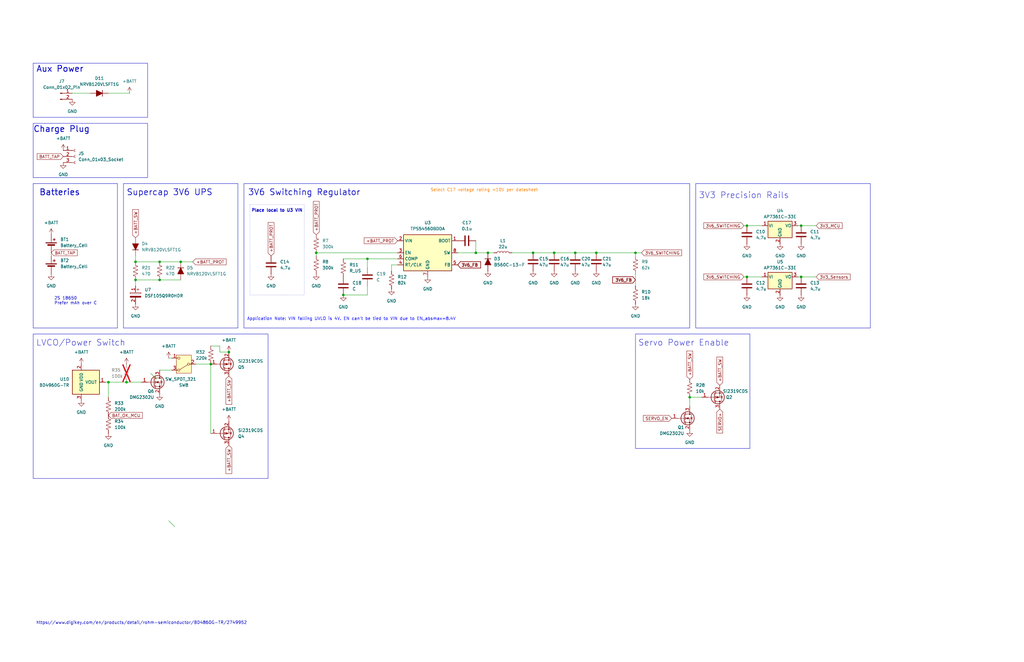
<source format=kicad_sch>
(kicad_sch (version 20231120) (generator "eeschema") (generator_version "8.0")
  (paper "B")
  (title_block (title "Airbrakes PCB - Veðrfölnir ") (date "2025-02-18") (rev "v2025.01A") (company "Clarkson University Rocketry"))
  (lib_symbols
    (symbol "0_airbrake_symbols:DSF105Q9R0HDR"
      (property "Reference" "U" (at 3.556 0 0))
      (property "Value" "DSF105Q9R0HDR" (at 0 5.08 0))
      (symbol "DSF105Q9R0HDR_0_1"
        (rectangle (start -2.286 -0.508) (end 2.286 -1.016) (fill (type outline)))
        (rectangle (start -2.286 0.508) (end 2.286 1.016))
        (polyline (pts (xy 0.508 2.286) (xy 1.524 2.286)))
        (polyline (pts (xy 1.016 2.794) (xy 1.016 1.778)))
      )
      (symbol "DSF105Q9R0HDR_1_1"
        (pin passive line (at 0 3.81 270) (length 2.794) (name "~") (number "1"))
        (pin passive line (at 0 -3.81 90) (length 2.794) (name "~") (number "2"))
      )
    )
    (symbol "Connector:Conn_01x02_Pin" (pin_names (offset 1.016) hide)
      (property "Reference" "J" (at 0 2.54 0))
      (property "Value" "Conn_01x02_Pin" (at 0 -5.08 0))
      (symbol "Conn_01x02_Pin_1_1"
        (polyline (pts (xy 1.27 -2.54) (xy 0.8636 -2.54)) (stroke (width 0.1524)))
        (polyline (pts (xy 1.27 0) (xy 0.8636 0)) (stroke (width 0.1524)))
        (rectangle (start 0.8636 -2.413) (end 0 -2.667) (stroke (width 0.1524)) (fill (type outline)))
        (rectangle (start 0.8636 0.127) (end 0 -0.127) (stroke (width 0.1524)) (fill (type outline)))
        (pin passive line (at 5.08 0 180) (length 3.81) (name "Pin_1") (number "1"))
        (pin passive line (at 5.08 -2.54 180) (length 3.81) (name "Pin_2") (number "2"))
      )
    )
    (symbol "Connector:Conn_01x03_Socket" (pin_names (offset 1.016) hide)
      (property "Reference" "J" (at 0 5.08 0))
      (property "Value" "Conn_01x03_Socket" (at 0 -5.08 0))
      (symbol "Conn_01x03_Socket_1_1"
        (arc (start 0 -2.032) (mid -0.5058 -2.54) (end 0 -3.048) (stroke (width 0.1524)))
        (polyline (pts (xy -1.27 -2.54) (xy -0.508 -2.54)) (stroke (width 0.1524)))
        (polyline (pts (xy -1.27 0) (xy -0.508 0)) (stroke (width 0.1524)))
        (polyline (pts (xy -1.27 2.54) (xy -0.508 2.54)) (stroke (width 0.1524)))
        (arc (start 0 0.508) (mid -0.5058 0) (end 0 -0.508) (stroke (width 0.1524)))
        (arc (start 0 3.048) (mid -0.5058 2.54) (end 0 2.032) (stroke (width 0.1524)))
        (pin passive line (at -5.08 2.54 0) (length 3.81) (name "Pin_1") (number "1"))
        (pin passive line (at -5.08 0 0) (length 3.81) (name "Pin_2") (number "2"))
        (pin passive line (at -5.08 -2.54 0) (length 3.81) (name "Pin_3") (number "3"))
      )
    )
    (symbol "Device:Battery_Cell" (pin_numbers hide) (pin_names (offset 0) hide)
      (property "Reference" "BT" (at 2.54 2.54 0))
      (property "Value" "Battery_Cell" (at 2.54 0 0))
      (symbol "Battery_Cell_0_1"
        (rectangle (start -2.286 1.778) (end 2.286 1.524) (fill (type outline)))
        (rectangle (start -1.524 1.016) (end 1.524 0.508) (fill (type outline)))
        (polyline (pts (xy 0 0.762) (xy 0 0)))
        (polyline (pts (xy 0 1.778) (xy 0 2.54)))
        (polyline (pts (xy 0.762 3.048) (xy 1.778 3.048)) (stroke (width 0.254)))
        (polyline (pts (xy 1.27 3.556) (xy 1.27 2.54)) (stroke (width 0.254)))
      )
      (symbol "Battery_Cell_1_1"
        (pin passive line (at 0 5.08 270) (length 2.54) (name "+") (number "1"))
        (pin passive line (at 0 -2.54 90) (length 2.54) (name "-") (number "2"))
      )
    )
    (symbol "Device:C" (pin_numbers hide) (pin_names (offset 0.254))
      (property "Reference" "C" (at 0.635 2.54 0))
      (property "Value" "C" (at 0.635 -2.54 0))
      (symbol "C_0_1"
        (polyline (pts (xy -2.032 -0.762) (xy 2.032 -0.762)) (stroke (width 0.508)))
        (polyline (pts (xy -2.032 0.762) (xy 2.032 0.762)) (stroke (width 0.508)))
      )
      (symbol "C_1_1"
        (pin passive line (at 0 3.81 270) (length 2.794) (name "~") (number "1"))
        (pin passive line (at 0 -3.81 90) (length 2.794) (name "~") (number "2"))
      )
    )
    (symbol "Device:D_Filled" (pin_numbers hide) (pin_names (offset 1.016) hide)
      (property "Reference" "D" (at 0 2.54 0))
      (property "Value" "D_Filled" (at 0 -2.54 0))
      (symbol "D_Filled_0_1"
        (polyline (pts (xy -1.27 1.27) (xy -1.27 -1.27)) (stroke (width 0.254)))
        (polyline (pts (xy 1.27 0) (xy -1.27 0)))
        (polyline (pts (xy 1.27 1.27) (xy 1.27 -1.27) (xy -1.27 0) (xy 1.27 1.27)) (stroke (width 0.254)) (fill (type outline)))
      )
      (symbol "D_Filled_1_1"
        (pin passive line (at -3.81 0 0) (length 2.54) (name "K") (number "1"))
        (pin passive line (at 3.81 0 180) (length 2.54) (name "A") (number "2"))
      )
    )
    (symbol "Device:L" (pin_numbers hide) (pin_names (offset 1.016) hide)
      (property "Reference" "L" (at -1.27 0 90))
      (property "Value" "L" (at 1.905 0 90))
      (symbol "L_0_1"
        (arc (start 0 -2.54) (mid 0.6323 -1.905) (end 0 -1.27))
        (arc (start 0 -1.27) (mid 0.6323 -0.635) (end 0 0))
        (arc (start 0 0) (mid 0.6323 0.635) (end 0 1.27))
        (arc (start 0 1.27) (mid 0.6323 1.905) (end 0 2.54))
      )
      (symbol "L_1_1"
        (pin passive line (at 0 3.81 270) (length 1.27) (name "1") (number "1"))
        (pin passive line (at 0 -3.81 90) (length 1.27) (name "2") (number "2"))
      )
    )
    (symbol "Device:R_US" (pin_numbers hide) (pin_names (offset 0))
      (property "Reference" "R" (at 2.54 0 90))
      (property "Value" "R_US" (at -2.54 0 90))
      (symbol "R_US_0_1"
        (polyline (pts (xy 0 -2.286) (xy 0 -2.54)))
        (polyline (pts (xy 0 2.286) (xy 0 2.54)))
        (polyline (pts (xy 0 -0.762) (xy 1.016 -1.143) (xy 0 -1.524) (xy -1.016 -1.905) (xy 0 -2.286)))
        (polyline (pts (xy 0 0.762) (xy 1.016 0.381) (xy 0 0) (xy -1.016 -0.381) (xy 0 -0.762)))
        (polyline (pts (xy 0 2.286) (xy 1.016 1.905) (xy 0 1.524) (xy -1.016 1.143) (xy 0 0.762)))
      )
      (symbol "R_US_1_1"
        (pin passive line (at 0 3.81 270) (length 1.27) (name "~") (number "1"))
        (pin passive line (at 0 -3.81 90) (length 1.27) (name "~") (number "2"))
      )
    )
    (symbol "Power_Management:BD48ExxG" (pin_names (offset 1.016))
      (property "Reference" "U" (at -3.81 6.35 0))
      (property "Value" "BD48ExxG" (at -5.08 0 90))
      (symbol "BD48ExxG_1_1"
        (rectangle (start -3.81 5.08) (end 7.62 -5.08) (stroke (width 0.254)) (fill (type background)))
        (pin output line (at 10.16 0 180) (length 2.54) (name "VOUT") (number "1"))
        (pin power_in line (at 0 7.62 270) (length 2.54) (name "VDD") (number "2"))
        (pin power_in line (at 0 -7.62 90) (length 2.54) (name "GND") (number "3"))
      )
    )
    (symbol "Regulator_Linear:AP7361C-33E" (pin_names (offset 0.254))
      (property "Reference" "U" (at -3.81 3.175 0))
      (property "Value" "AP7361C-33E" (at 0 3.175 0))
      (symbol "AP7361C-33E_0_1"
        (rectangle (start -5.08 -5.08) (end 5.08 1.905) (stroke (width 0.254)) (fill (type background)))
      )
      (symbol "AP7361C-33E_1_1"
        (pin power_in line (at -7.62 0 0) (length 2.54) (name "VI") (number "1"))
        (pin power_in line (at 0 -7.62 90) (length 2.54) (name "GND") (number "2"))
        (pin power_out line (at 7.62 0 180) (length 2.54) (name "VO") (number "3"))
      )
    )
    (symbol "Regulator_Switching:TPS54560BDDA"
      (property "Reference" "U" (at -6.35 8.89 0))
      (property "Value" "TPS54560BDDA" (at 10.16 8.89 0))
      (symbol "TPS54560BDDA_0_1"
        (rectangle (start -10.16 7.62) (end 10.16 -7.62) (stroke (width 0.254)) (fill (type background)))
      )
      (symbol "TPS54560BDDA_1_1"
        (pin passive line (at 12.7 5.08 180) (length 2.54) (name "BOOT") (number "1"))
        (pin power_in line (at -12.7 5.08 0) (length 2.54) (name "VIN") (number "2"))
        (pin input line (at -12.7 0 0) (length 2.54) (name "EN") (number "3"))
        (pin passive line (at -12.7 -5.08 0) (length 2.54) (name "RT/CLK") (number "4"))
        (pin input line (at 12.7 -5.08 180) (length 2.54) (name "FB") (number "5"))
        (pin output line (at -12.7 -2.54 0) (length 2.54) (name "COMP") (number "6"))
        (pin power_in line (at 0 -10.16 90) (length 2.54) (name "GND") (number "7"))
        (pin power_out line (at 12.7 0 180) (length 2.54) (name "SW") (number "8"))
        (pin passive line (at 0 -10.16 90) (length 2.54) hide (name "GND") (number "9"))
      )
    )
    (symbol "Switch:SW_SPDT_321" (pin_names (offset 1) hide)
      (property "Reference" "SW" (at 0 5.08 0))
      (property "Value" "SW_SPDT_321" (at 0 -5.08 0))
      (symbol "SW_SPDT_321_0_1"
        (circle (center -2.032 0) (radius 0.4572))
        (polyline (pts (xy -1.651 0.254) (xy 1.651 2.286)))
        (circle (center 2.032 -2.54) (radius 0.4572))
        (circle (center 2.032 2.54) (radius 0.4572))
      )
      (symbol "SW_SPDT_321_1_1"
        (rectangle (start -3.175 3.81) (end 3.175 -3.81) (fill (type background)))
        (pin passive line (at 5.08 -2.54 180) (length 2.54) (name "C") (number "1"))
        (pin passive line (at -5.08 0 0) (length 2.54) (name "B") (number "2"))
        (pin passive line (at 5.08 2.54 180) (length 2.54) (name "A") (number "3"))
      )
    )
    (symbol "Transistor_FET:DMG2302U" (pin_names hide)
      (property "Reference" "Q" (at 5.08 1.905 0))
      (property "Value" "DMG2302U" (at 5.08 0 0))
      (symbol "DMG2302U_0_1"
        (polyline (pts (xy 0.254 0) (xy -2.54 0)))
        (polyline (pts (xy 0.254 1.905) (xy 0.254 -1.905)) (stroke (width 0.254)))
        (polyline (pts (xy 0.762 -1.27) (xy 0.762 -2.286)) (stroke (width 0.254)))
        (polyline (pts (xy 0.762 0.508) (xy 0.762 -0.508)) (stroke (width 0.254)))
        (polyline (pts (xy 0.762 2.286) (xy 0.762 1.27)) (stroke (width 0.254)))
        (polyline (pts (xy 2.54 2.54) (xy 2.54 1.778)))
        (polyline (pts (xy 2.54 -2.54) (xy 2.54 0) (xy 0.762 0)))
        (polyline (pts (xy 0.762 -1.778) (xy 3.302 -1.778) (xy 3.302 1.778) (xy 0.762 1.778)))
        (polyline (pts (xy 1.016 0) (xy 2.032 0.381) (xy 2.032 -0.381) (xy 1.016 0)) (fill (type outline)))
        (polyline (pts (xy 2.794 0.508) (xy 2.921 0.381) (xy 3.683 0.381) (xy 3.81 0.254)))
        (polyline (pts (xy 3.302 0.381) (xy 2.921 -0.254) (xy 3.683 -0.254) (xy 3.302 0.381)))
        (circle (center 1.651 0) (radius 2.794) (stroke (width 0.254)))
        (circle (center 2.54 -1.778) (radius 0.254) (fill (type outline)))
        (circle (center 2.54 1.778) (radius 0.254) (fill (type outline)))
      )
      (symbol "DMG2302U_1_1"
        (pin input line (at -5.08 0 0) (length 2.54) (name "G") (number "1"))
        (pin passive line (at 2.54 -5.08 90) (length 2.54) (name "S") (number "2"))
        (pin passive line (at 2.54 5.08 270) (length 2.54) (name "D") (number "3"))
      )
    )
    (symbol "Transistor_FET:Si2319CDS" (pin_names hide)
      (property "Reference" "Q" (at 5.08 1.905 0))
      (property "Value" "Si2319CDS" (at 5.08 0 0))
      (symbol "Si2319CDS_0_1"
        (polyline (pts (xy 0.254 0) (xy -2.54 0)))
        (polyline (pts (xy 0.254 1.905) (xy 0.254 -1.905)) (stroke (width 0.254)))
        (polyline (pts (xy 0.762 -1.27) (xy 0.762 -2.286)) (stroke (width 0.254)))
        (polyline (pts (xy 0.762 0.508) (xy 0.762 -0.508)) (stroke (width 0.254)))
        (polyline (pts (xy 0.762 2.286) (xy 0.762 1.27)) (stroke (width 0.254)))
        (polyline (pts (xy 2.54 2.54) (xy 2.54 1.778)))
        (polyline (pts (xy 2.54 -2.54) (xy 2.54 0) (xy 0.762 0)))
        (polyline (pts (xy 0.762 1.778) (xy 3.302 1.778) (xy 3.302 -1.778) (xy 0.762 -1.778)))
        (polyline (pts (xy 2.286 0) (xy 1.27 0.381) (xy 1.27 -0.381) (xy 2.286 0)) (fill (type outline)))
        (polyline (pts (xy 2.794 -0.508) (xy 2.921 -0.381) (xy 3.683 -0.381) (xy 3.81 -0.254)))
        (polyline (pts (xy 3.302 -0.381) (xy 2.921 0.254) (xy 3.683 0.254) (xy 3.302 -0.381)))
        (circle (center 1.651 0) (radius 2.794) (stroke (width 0.254)))
        (circle (center 2.54 -1.778) (radius 0.254) (fill (type outline)))
        (circle (center 2.54 1.778) (radius 0.254) (fill (type outline)))
      )
      (symbol "Si2319CDS_1_1"
        (pin input line (at -5.08 0 0) (length 2.54) (name "G") (number "1"))
        (pin passive line (at 2.54 -5.08 90) (length 2.54) (name "S") (number "2"))
        (pin passive line (at 2.54 5.08 270) (length 2.54) (name "D") (number "3"))
      )
    )
    (symbol "power:+BATT" (power) (pin_numbers hide) (pin_names (offset 0) hide)
      (property "Value" "+BATT" (at 0 3.556 0))
      (symbol "+BATT_0_1"
        (polyline (pts (xy -0.762 1.27) (xy 0 2.54)))
        (polyline (pts (xy 0 0) (xy 0 2.54)))
        (polyline (pts (xy 0 2.54) (xy 0.762 1.27)))
      )
      (symbol "+BATT_1_1"
        (pin power_in line (at 0 0 90) (length 0) (name "~") (number "1"))
      )
    )
    (symbol "power:GND" (power) (pin_numbers hide) (pin_names (offset 0) hide)
      (property "Value" "GND" (at 0 -3.81 0))
      (symbol "GND_0_1"
        (polyline (pts (xy 0 0) (xy 0 -1.27) (xy 1.27 -1.27) (xy 0 -2.54) (xy -1.27 -1.27) (xy 0 -1.27)))
      )
      (symbol "GND_1_1"
        (pin power_in line (at 0 0 270) (length 0) (name "~") (number "1"))
      )
    )
  )
  (junction (at 200.66 106.68))
  (junction (at 57.15 110.49))
  (junction (at 290.83 167.64))
  (junction (at 67.31 118.11))
  (junction (at 88.9 153.67))
  (junction (at 337.82 95.25))
  (junction (at 314.96 95.25))
  (junction (at 53.34 161.29))
  (junction (at 76.2 110.49))
  (junction (at 67.31 110.49))
  (junction (at 133.35 106.68))
  (junction (at 144.78 124.46))
  (junction (at 242.57 106.68))
  (junction (at 57.15 118.11))
  (junction (at 45.72 161.29))
  (junction (at 267.97 106.68))
  (junction (at 224.79 106.68))
  (junction (at 251.46 106.68))
  (junction (at 154.94 109.22))
  (junction (at 233.68 106.68))
  (junction (at 337.82 116.84))
  (junction (at 96.52 148.59))
  (junction (at 205.74 106.68))
  (junction (at 314.96 116.84))
  (bus_entry (at 71.12 219.71) (size 2.54 2.54))
  (bus_entry (at 63.5 157.48) (size 2.54 2.54))
  (wire (pts (xy 165.1 111.76) (xy 165.1 114.3)))
  (wire (pts (xy 344.17 116.84) (xy 337.82 116.84)))
  (wire (pts (xy 45.72 161.29) (xy 53.34 161.29)))
  (wire (pts (xy 67.31 156.21) (xy 72.39 156.21)))
  (wire (pts (xy 57.15 110.49) (xy 67.31 110.49)))
  (wire (pts (xy 88.9 153.67) (xy 88.9 182.88)))
  (wire (pts (xy 133.35 107.95) (xy 133.35 106.68)))
  (wire (pts (xy 88.9 146.05) (xy 92.71 146.05)))
  (wire (pts (xy 82.55 153.67) (xy 88.9 153.67)))
  (wire (pts (xy 53.34 161.29) (xy 59.69 161.29)))
  (wire (pts (xy 92.71 146.05) (xy 92.71 148.59)))
  (wire (pts (xy 67.31 118.11) (xy 76.2 118.11)))
  (wire (pts (xy 233.68 106.68) (xy 242.57 106.68)))
  (wire (pts (xy 251.46 106.68) (xy 267.97 106.68)))
  (wire (pts (xy 45.72 161.29) (xy 44.45 161.29)))
  (wire (pts (xy 133.35 106.68) (xy 167.64 106.68)))
  (wire (pts (xy 92.71 148.59) (xy 96.52 148.59)))
  (wire (pts (xy 144.78 109.22) (xy 154.94 109.22)))
  (wire (pts (xy 314.96 116.84) (xy 321.31 116.84)))
  (wire (pts (xy 290.83 171.45) (xy 290.83 167.64)))
  (wire (pts (xy 242.57 106.68) (xy 251.46 106.68)))
  (wire (pts (xy 57.15 118.11) (xy 67.31 118.11)))
  (wire (pts (xy 154.94 109.22) (xy 167.64 109.22)))
  (wire (pts (xy 267.97 106.68) (xy 267.97 107.95)))
  (wire (pts (xy 290.83 167.64) (xy 295.91 167.64)))
  (wire (pts (xy 200.66 106.68) (xy 205.74 106.68)))
  (wire (pts (xy 337.82 116.84) (xy 336.55 116.84)))
  (wire (pts (xy 154.94 109.22) (xy 154.94 113.03)))
  (wire (pts (xy 57.15 118.11) (xy 57.15 120.65)))
  (wire (pts (xy 45.72 39.37) (xy 54.61 39.37)))
  (wire (pts (xy 337.82 95.25) (xy 336.55 95.25)))
  (wire (pts (xy 270.51 106.68) (xy 267.97 106.68)))
  (wire (pts (xy 200.66 101.6) (xy 200.66 106.68)))
  (wire (pts (xy 76.2 110.49) (xy 81.28 110.49)))
  (wire (pts (xy 313.69 95.25) (xy 314.96 95.25)))
  (wire (pts (xy 38.1 39.37) (xy 30.48 39.37)))
  (wire (pts (xy 67.31 110.49) (xy 76.2 110.49)))
  (wire (pts (xy 154.94 124.46) (xy 144.78 124.46)))
  (wire (pts (xy 193.04 106.68) (xy 200.66 106.68)))
  (wire (pts (xy 224.79 106.68) (xy 233.68 106.68)))
  (wire (pts (xy 208.28 106.68) (xy 205.74 106.68)))
  (wire (pts (xy 57.15 107.95) (xy 57.15 110.49)))
  (wire (pts (xy 154.94 120.65) (xy 154.94 124.46)))
  (wire (pts (xy 165.1 111.76) (xy 167.64 111.76)))
  (wire (pts (xy 45.72 161.29) (xy 45.72 167.64)))
  (wire (pts (xy 313.69 116.84) (xy 314.96 116.84)))
  (wire (pts (xy 215.9 106.68) (xy 224.79 106.68)))
  (wire (pts (xy 344.17 95.25) (xy 337.82 95.25)))
  (wire (pts (xy 71.12 151.13) (xy 72.39 151.13)))
  (wire (pts (xy 314.96 95.25) (xy 321.31 95.25)))
  (wire (pts (xy 267.97 115.57) (xy 267.97 120.65)))
  (wire (pts (xy 21.59 107.95) (xy 21.59 106.68)))
  (rectangle (start 102.87 77.47) (end 290.83 138.43))
  (rectangle (start 52.07 77.47) (end 100.33 138.43))
  (rectangle (start 13.97 52.07) (end 62.23 74.93))
  (rectangle (start 267.97 140.97) (end 316.23 189.23))
  (rectangle (start 105.41 86.36) (end 128.27 124.46) (stroke (width 0) (type dot)))
  (rectangle (start 13.97 140.97) (end 113.03 201.93))
  (rectangle (start 13.97 77.47) (end 49.53 138.43))
  (rectangle (start 13.97 26.67) (end 62.23 49.53))
  (rectangle (start 293.37 77.47) (end 367.03 138.43))
  (text "Aux Power" (at 15.24 29.21 0) (effects (font (size 2.54 2.54) (thickness 0.3175)) (justify left)))
  (text "3V3 Precision Rails" (at 313.69 82.55 0) (effects (font (size 2.54 2.54))))
  (text "3V6 Switching Regulator" (at 128.27 81.28 0) (effects (font (size 2.54 2.54) (thickness 0.254) (bold yes))))
  (text "Place local to U3 VIN" (at 116.84 88.9 0) (effects (font (size 1.27 1.27) (thickness 0.254) (bold yes))))
  (text "https://www.digikey.com/en/products/detail/rohm-semiconductor/BD4860G-TR/2749952\n" (at 59.69 262.89 0) (effects (font (size 1.27 1.27))))
  (text "Supercap 3V6 UPS" (at 53.34 81.28 0) (effects (font (size 2.54 2.54) (thickness 0.254) (bold yes)) (justify left)))
  (text "Servo Power Enable" (at 288.29 144.78 0) (effects (font (size 2.54 2.54))))
  (text "Select C17 voltage rating >10V per datasheet" (at 204.216 80.264 0) (effects (font (size 1.27 1.27))))
  (text "2S 18650\nPrefer mAh over C\n" (at 22.86 127 0) (effects (font (size 1.27 1.27)) (justify left)))
  (text "LVCO/Power Switch" (at 15.24 144.78 0) (effects (font (size 2.54 2.54)) (justify left)))
  (text "Batteries" (at 16.51 81.28 0) (effects (font (size 2.54 2.54) (thickness 0.3175)) (justify left)))
  (text "Application Note: VIN falling UVLO is 4V. EN can't be tied to VIN due to EN_absmax=8.4V" (at 104.14 134.62 0) (effects (font (size 1.27 1.27)) (justify left)))
  (text "Charge Plug" (at 13.97 54.61 0) (effects (font (size 2.54 2.54) (thickness 0.3175)) (justify left)))
  (global_label "+BATT_SW" (shape input) (at 57.15 100.33 90) (property "Intersheetrefs" "${INTERSHEET_REFS}" (effects (hide yes))))
  (global_label "3V6_SWITCHING" (shape input) (at 270.51 106.68 0) (property "Intersheetrefs" "${INTERSHEET_REFS}" (effects (hide yes))))
  (global_label "+BATT_SW" (shape input) (at 96.52 187.96 270) (property "Intersheetrefs" "${INTERSHEET_REFS}" (effects (hide yes))))
  (global_label "3V6_FB" (shape input) (at 193.04 111.76 0) (effects (font (thickness 0.254) (bold yes))) (property "Intersheetrefs" "${INTERSHEET_REFS}" (effects (hide yes))))
  (global_label "BAT_OK_MCU" (shape input) (at 45.72 175.26 0) (property "Intersheetrefs" "${INTERSHEET_REFS}" (effects (hide yes))))
  (global_label "+BATT_SW" (shape input) (at 96.52 158.75 270) (property "Intersheetrefs" "${INTERSHEET_REFS}" (effects (hide yes))))
  (global_label "+BATT_PROT" (shape input) (at 81.28 110.49 0) (property "Intersheetrefs" "${INTERSHEET_REFS}" (effects (hide yes))))
  (global_label "SERVO+" (shape input) (at 303.53 172.72 270) (property "Intersheetrefs" "${INTERSHEET_REFS}" (effects (hide yes))))
  (global_label "+BATT_SW" (shape input) (at 303.53 162.56 90) (property "Intersheetrefs" "${INTERSHEET_REFS}" (effects (hide yes))))
  (global_label "+BATT_SW" (shape input) (at 290.83 160.02 90) (property "Intersheetrefs" "${INTERSHEET_REFS}" (effects (hide yes))))
  (global_label "3V3_MCU" (shape input) (at 344.17 95.25 0) (property "Intersheetrefs" "${INTERSHEET_REFS}" (effects (hide yes))))
  (global_label "3V6_SWITCHING" (shape input) (at 313.69 95.25 180) (property "Intersheetrefs" "${INTERSHEET_REFS}" (effects (hide yes))))
  (global_label "+BATT_PROT" (shape input) (at 133.35 99.06 90) (property "Intersheetrefs" "${INTERSHEET_REFS}" (effects (hide yes))))
  (global_label "SERVO_EN" (shape input) (at 283.21 176.53 180) (property "Intersheetrefs" "${INTERSHEET_REFS}" (effects (hide yes))))
  (global_label "BATT_TAP" (shape input) (at 26.67 66.04 180) (property "Intersheetrefs" "${INTERSHEET_REFS}" (effects (hide yes))))
  (global_label "3V6_FB" (shape input) (at 267.97 118.11 180) (effects (font (thickness 0.254) (bold yes))) (property "Intersheetrefs" "${INTERSHEET_REFS}" (effects (hide yes))))
  (global_label "3V3_Sensors" (shape input) (at 344.17 116.84 0) (property "Intersheetrefs" "${INTERSHEET_REFS}" (effects (hide yes))))
  (global_label "BATT_TAP" (shape input) (at 21.59 106.68 0) (property "Intersheetrefs" "${INTERSHEET_REFS}" (effects (hide yes))))
  (global_label "+BATT_PROT" (shape input) (at 167.64 101.6 180) (property "Intersheetrefs" "${INTERSHEET_REFS}" (effects (hide yes))))
  (global_label "+BATT_PROT" (shape input) (at 114.3 107.95 90) (property "Intersheetrefs" "${INTERSHEET_REFS}" (effects (hide yes))))
  (global_label "3V6_SWITCHING" (shape input) (at 313.69 116.84 180) (property "Intersheetrefs" "${INTERSHEET_REFS}" (effects (hide yes))))
  (symbol (lib_id "power:GND") (at 26.67 68.58 0) (unit 1)
    (property "Reference" "#PWR063" (effects (hide yes)))
    (property "Value" "GND" (at 26.67 73.66 0))
    (property "Description" "Power symbol creates a global label with name \"GND\" , ground" (effects (hide yes)))
  )
  (symbol (lib_id "power:GND") (at 242.57 114.3 0) (unit 1)
    (property "Reference" "#PWR041" (effects (hide yes)))
    (property "Value" "GND" (at 242.57 119.38 0))
    (property "Description" "Power symbol creates a global label with name \"GND\" , ground" (effects (hide yes)))
  )
  (symbol (lib_id "Device:C") (at 233.68 110.49 0) (unit 1)
    (property "Reference" "C16" (at 236.22 109.22 0) (effects (justify left)))
    (property "Value" "47u" (at 236.22 111.76 0) (effects (justify left)))
    (property "Footprint" "Capacitor_SMD:C_0805_2012Metric" (effects (hide yes)))
    (property "Datasheet" "https://calchip.com/wp-content/uploads/2023/09/GMC-Series-2.pdf" (effects (hide yes)))
    (property "Description" "GMC21X5R476M10NT" (effects (hide yes)))
  )
  (symbol (lib_id "power:GND") (at 45.72 182.88 0) (unit 1)
    (property "Reference" "#PWR071" (effects (hide yes)))
    (property "Value" "GND" (at 45.72 187.96 0))
    (property "Description" "Power symbol creates a global label with name \"GND\" , ground" (effects (hide yes)))
  )
  (symbol (lib_id "power:GND") (at 133.35 115.57 0) (unit 1)
    (property "Reference" "#PWR032" (effects (hide yes)))
    (property "Value" "GND" (at 133.35 120.65 0))
    (property "Description" "Power symbol creates a global label with name \"GND\" , ground" (effects (hide yes)))
  )
  (symbol (lib_id "Device:R_US") (at 45.72 171.45 0) (unit 1)
    (property "Reference" "R33" (at 48.26 170.1799 0) (effects (justify left)))
    (property "Value" "200k" (at 48.26 172.7199 0) (effects (justify left)))
    (property "Footprint" "Resistor_SMD:R_0805_2012Metric" (effects (hide yes)))
    (property "Description" "Resistor, US symbol" (effects (hide yes)))
  )
  (symbol (lib_id "power:GND") (at 144.78 124.46 0) (unit 1)
    (property "Reference" "#PWR039" (effects (hide yes)))
    (property "Value" "GND" (at 144.78 129.54 0))
    (property "Description" "Power symbol creates a global label with name \"GND\" , ground" (effects (hide yes)))
  )
  (symbol (lib_id "Device:D_Filled") (at 205.74 110.49 270) (unit 1)
    (property "Reference" "D3" (at 208.28 109.2199 90) (effects (justify left)))
    (property "Value" "B560C-13-F" (at 208.28 111.7599 90) (effects (justify left)))
    (property "Footprint" "Diode_SMD:D_SMC" (effects (hide yes)))
    (property "Description" "Diode, filled shape" (effects (hide yes)))
    (property "Sim.Device" "D" (effects (hide yes)))
    (property "Sim.Pins" "1=K 2=A" (effects (hide yes)))
  )
  (symbol (lib_id "power:GND") (at 30.48 41.91 0) (unit 1)
    (property "Reference" "#PWR081" (effects (hide yes)))
    (property "Value" "GND" (at 30.48 46.99 0))
    (property "Description" "Power symbol creates a global label with name \"GND\" , ground" (effects (hide yes)))
  )
  (symbol (lib_id "Device:R_US") (at 88.9 149.86 0) (unit 1)
    (property "Reference" "R32" (at 82.55 148.59 0) (effects (justify left)))
    (property "Value" "220k" (at 82.55 151.13 0) (effects (justify left)))
    (property "Footprint" "Resistor_SMD:R_0805_2012Metric" (effects (hide yes)))
    (property "Description" "Resistor, US symbol" (effects (hide yes)))
  )
  (symbol (lib_id "Device:R_US") (at 267.97 111.76 0) (unit 1)
    (property "Reference" "R9" (at 270.51 110.4899 0) (effects (justify left)))
    (property "Value" "62k" (at 270.51 113.0299 0) (effects (justify left)))
    (property "Footprint" "Resistor_SMD:R_0805_2012Metric" (effects (hide yes)))
    (property "Description" "Resistor, US symbol" (effects (hide yes)))
  )
  (symbol (lib_id "Device:C") (at 251.46 110.49 0) (unit 1)
    (property "Reference" "C21" (at 254 109.22 0) (effects (justify left)))
    (property "Value" "47u" (at 254 111.76 0) (effects (justify left)))
    (property "Footprint" "Capacitor_SMD:C_0805_2012Metric" (effects (hide yes)))
    (property "Datasheet" "https://calchip.com/wp-content/uploads/2023/09/GMC-Series-2.pdf" (effects (hide yes)))
    (property "Description" "GMC21X5R476M10NT" (effects (hide yes)))
  )
  (symbol (lib_id "power:+BATT") (at 53.34 153.67 0) (unit 1)
    (property "Reference" "#PWR082" (effects (hide yes)))
    (property "Value" "+BATT" (at 53.34 148.59 0))
    (property "Description" "Power symbol creates a global label with name \"+BATT\"" (effects (hide yes)))
  )
  (symbol (lib_id "power:GND") (at 205.74 114.3 0) (unit 1)
    (property "Reference" "#PWR036" (effects (hide yes)))
    (property "Value" "GND" (at 205.74 119.38 0))
    (property "Description" "Power symbol creates a global label with name \"GND\" , ground" (effects (hide yes)))
  )
  (symbol (lib_id "power:GND") (at 314.96 124.46 0) (unit 1)
    (property "Reference" "#PWR028" (effects (hide yes)))
    (property "Value" "GND" (at 314.96 129.54 0))
    (property "Description" "Power symbol creates a global label with name \"GND\" , ground" (effects (hide yes)))
  )
  (symbol (lib_id "power:+BATT") (at 26.67 63.5 0) (unit 1)
    (property "Reference" "#PWR062" (effects (hide yes)))
    (property "Value" "+BATT" (at 26.67 58.42 0))
    (property "Description" "Power symbol creates a global label with name \"+BATT\"" (effects (hide yes)))
  )
  (symbol (lib_id "Switch:SW_SPDT_321") (at 77.47 153.67 180) (unit 1)
    (property "Reference" "SW8" (at 77.47 162.56 0))
    (property "Value" "SW_SPDT_321" (at 76.2 160.02 0))
    (property "Footprint" "0_airbrake_footprints:CL-SB-12A-01T" (effects (hide yes)))
    (property "Description" "Switch, single pole double throw" (effects (hide yes)))
  )
  (symbol (lib_id "power:GND") (at 328.93 102.87 0) (unit 1)
    (property "Reference" "#PWR023" (effects (hide yes)))
    (property "Value" "GND" (at 328.93 107.95 0))
    (property "Description" "Power symbol creates a global label with name \"GND\" , ground" (effects (hide yes)))
  )
  (symbol (lib_id "0_airbrake_symbols:DSF105Q9R0HDR") (at 57.15 124.46 0) (unit 1)
    (property "Reference" "U7" (at 60.96 122.3009 0) (effects (justify left)))
    (property "Value" "DSF105Q9R0HDR" (at 60.96 124.8409 0) (effects (justify left)))
    (property "Footprint" "0_airbrake_footprints:DSF105Q9R0HDR" (effects (hide yes)))
    (property "Datasheet" "https://www.cde.com/resources/catalogs/DSF.pdf" (effects (hide yes)))
  )
  (symbol (lib_id "power:GND") (at 337.82 124.46 0) (unit 1)
    (property "Reference" "#PWR029" (effects (hide yes)))
    (property "Value" "GND" (at 337.82 129.54 0))
    (property "Description" "Power symbol creates a global label with name \"GND\" , ground" (effects (hide yes)))
  )
  (symbol (lib_id "Device:D_Filled") (at 76.2 114.3 270) (unit 1)
    (property "Reference" "D5" (at 78.74 113.0299 90) (effects (justify left)))
    (property "Value" "NRVB120VLSFT1G" (at 78.74 115.5699 90) (effects (justify left)))
    (property "Footprint" "Diode_SMD:D_SOD-123F" (effects (hide yes)))
    (property "Description" "Diode, filled shape" (effects (hide yes)))
    (property "Sim.Device" "D" (effects (hide yes)))
    (property "Sim.Pins" "1=K 2=A" (effects (hide yes)))
  )
  (symbol (lib_id "power:GND") (at 21.59 115.57 0) (unit 1)
    (property "Reference" "#PWR015" (effects (hide yes)))
    (property "Value" "GND" (at 21.59 120.65 0))
    (property "Description" "Power symbol creates a global label with name \"GND\" , ground" (effects (hide yes)))
  )
  (symbol (lib_id "Device:C") (at 337.82 99.06 0) (unit 1)
    (property "Reference" "C11" (at 341.63 97.7899 0) (effects (justify left)))
    (property "Value" "4.7u" (at 341.63 100.3299 0) (effects (justify left)))
    (property "Footprint" "Capacitor_SMD:C_0805_2012Metric" (effects (hide yes)))
    (property "Description" "Unpolarized capacitor" (effects (hide yes)))
  )
  (symbol (lib_id "Device:Battery_Cell") (at 21.59 113.03 0) (unit 1)
    (property "Reference" "BT2" (at 25.4 109.9184 0) (effects (justify left)))
    (property "Value" "Battery_Cell" (at 25.4 112.4584 0) (effects (justify left)))
    (property "Footprint" "Battery:BatteryHolder_Keystone_1042_1x18650" (effects (hide yes)))
    (property "Description" "Single-cell battery" (effects (hide yes)))
  )
  (symbol (lib_id "power:+BATT") (at 54.61 39.37 0) (unit 1)
    (property "Reference" "#PWR080" (effects (hide yes)))
    (property "Value" "+BATT" (at 54.61 34.29 0))
    (property "Description" "Power symbol creates a global label with name \"+BATT\"" (effects (hide yes)))
  )
  (symbol (lib_id "power:GND") (at 251.46 114.3 0) (unit 1)
    (property "Reference" "#PWR042" (effects (hide yes)))
    (property "Value" "GND" (at 251.46 119.38 0))
    (property "Description" "Power symbol creates a global label with name \"GND\" , ground" (effects (hide yes)))
  )
  (symbol (lib_id "power:GND") (at 314.96 102.87 0) (unit 1)
    (property "Reference" "#PWR026" (effects (hide yes)))
    (property "Value" "GND" (at 314.96 107.95 0))
    (property "Description" "Power symbol creates a global label with name \"GND\" , ground" (effects (hide yes)))
  )
  (symbol (lib_id "Device:R_US") (at 165.1 118.11 0) (unit 1)
    (property "Reference" "R12" (at 167.64 116.8399 0) (effects (justify left)))
    (property "Value" "82k" (at 167.64 119.3799 0) (effects (justify left)))
    (property "Footprint" "Resistor_SMD:R_0805_2012Metric" (effects (hide yes)))
    (property "Description" "Resistor, US symbol" (effects (hide yes)))
  )
  (symbol (lib_id "Connector:Conn_01x03_Socket") (at 31.75 66.04 0) (unit 1)
    (property "Reference" "J5" (at 33.02 64.7699 0) (effects (justify left)))
    (property "Value" "Conn_01x03_Socket" (at 33.02 67.3099 0) (effects (justify left)))
    (property "Footprint" "Connector_JST:JST_XH_B3B-XH-A_1x03_P2.50mm_Vertical" (effects (hide yes)))
    (property "Description" "Generic connector, single row, 01x03, script generated" (effects (hide yes)))
  )
  (symbol (lib_id "Device:R_US") (at 133.35 102.87 0) (unit 1)
    (property "Reference" "R7" (at 135.89 101.5999 0) (effects (justify left)))
    (property "Value" "300k" (at 135.89 104.1399 0) (effects (justify left)))
    (property "Footprint" "Resistor_SMD:R_0805_2012Metric" (effects (hide yes)))
    (property "Description" "Resistor, US symbol" (effects (hide yes)))
  )
  (symbol (lib_id "Device:Battery_Cell") (at 21.59 104.14 0) (unit 1)
    (property "Reference" "BT1" (at 25.4 101.0284 0) (effects (justify left)))
    (property "Value" "Battery_Cell" (at 25.4 103.5684 0) (effects (justify left)))
    (property "Footprint" "Battery:BatteryHolder_Keystone_1042_1x18650" (effects (hide yes)))
    (property "Description" "Single-cell battery" (effects (hide yes)))
  )
  (symbol (lib_id "Device:D_Filled") (at 41.91 39.37 180) (unit 1)
    (property "Reference" "D11" (at 41.91 33.02 0))
    (property "Value" "NRVB120VLSFT1G" (at 41.91 35.56 0))
    (property "Footprint" "Diode_SMD:D_SOD-123F" (effects (hide yes)))
    (property "Description" "Diode, filled shape" (effects (hide yes)))
    (property "Sim.Device" "D" (effects (hide yes)))
    (property "Sim.Pins" "1=K 2=A" (effects (hide yes)))
  )
  (symbol (lib_id "power:+BATT") (at 71.12 151.13 0) (unit 1)
    (property "Reference" "#PWR03" (effects (hide yes)))
    (property "Value" "+BATT" (at 71.12 146.05 0))
    (property "Description" "Power symbol creates a global label with name \"+BATT\"" (effects (hide yes)))
  )
  (symbol (lib_id "Device:C") (at 337.82 120.65 0) (unit 1)
    (property "Reference" "C13" (at 341.63 119.3799 0) (effects (justify left)))
    (property "Value" "4.7u" (at 341.63 121.9199 0) (effects (justify left)))
    (property "Footprint" "Capacitor_SMD:C_0805_2012Metric" (effects (hide yes)))
    (property "Description" "Unpolarized capacitor" (effects (hide yes)))
  )
  (symbol (lib_id "Transistor_FET:Si2319CDS") (at 93.98 153.67 0) (mirror x) (unit 1)
    (property "Reference" "Q5" (at 100.33 154.9401 0) (effects (justify left)))
    (property "Value" "Si2319CDS" (at 100.33 152.4001 0) (effects (justify left)))
    (property "Footprint" "Package_TO_SOT_SMD:SOT-23" (effects (hide yes)))
    (property "Datasheet" "http://www.vishay.com/docs/66709/si2319cd.pdf" (effects (hide yes)))
    (property "Description" "-4.4A Id, -40V Vds, P-Channel MOSFET, SOT-23" (effects (hide yes)))
  )
  (symbol (lib_id "power:+BATT") (at 96.52 177.8 0) (unit 1)
    (property "Reference" "#PWR059" (effects (hide yes)))
    (property "Value" "+BATT" (at 96.52 172.72 0))
    (property "Description" "Power symbol creates a global label with name \"+BATT\"" (effects (hide yes)))
  )
  (symbol (lib_id "Transistor_FET:DMG2302U") (at 64.77 161.29 0) (unit 1)
    (property "Reference" "Q6" (at 62.23 165.1 0) (effects (justify left)))
    (property "Value" "DMG2302U" (at 54.61 167.64 0) (effects (justify left)))
    (property "Footprint" "Package_TO_SOT_SMD:SOT-23" (effects (hide yes)))
    (property "Datasheet" "http://www.diodes.com/assets/Datasheets/DMG2302U.pdf" (effects (hide yes)))
    (property "Description" "4.2A Id, 20V Vds, N-Channel MOSFET, SOT-23" (effects (hide yes)))
  )
  (symbol (lib_id "Device:R_US") (at 267.97 124.46 0) (unit 1)
    (property "Reference" "R10" (at 270.51 123.1899 0) (effects (justify left)))
    (property "Value" "18k" (at 270.51 125.7299 0) (effects (justify left)))
    (property "Footprint" "Resistor_SMD:R_0805_2012Metric" (effects (hide yes)))
    (property "Description" "Resistor, US symbol" (effects (hide yes)))
  )
  (symbol (lib_id "Connector:Conn_01x02_Pin") (at 25.4 39.37 0) (unit 1)
    (property "Reference" "J7" (at 26.035 34.29 0))
    (property "Value" "Conn_01x02_Pin" (at 26.035 36.83 0))
    (property "Footprint" "Connector_PinHeader_2.54mm:PinHeader_1x02_P2.54mm_Vertical" (effects (hide yes)))
    (property "Description" "Generic connector, single row, 01x02, script generated" (effects (hide yes)))
  )
  (symbol (lib_id "Device:R_US") (at 144.78 113.03 0) (unit 1)
    (property "Reference" "R11" (at 147.32 111.7599 0) (effects (justify left)))
    (property "Value" "R_US" (at 147.32 114.2999 0) (effects (justify left)))
    (property "Footprint" "Resistor_SMD:R_0805_2012Metric" (effects (hide yes)))
    (property "Description" "Resistor, US symbol" (effects (hide yes)))
  )
  (symbol (lib_id "power:GND") (at 337.82 102.87 0) (unit 1)
    (property "Reference" "#PWR027" (effects (hide yes)))
    (property "Value" "GND" (at 337.82 107.95 0))
    (property "Description" "Power symbol creates a global label with name \"GND\" , ground" (effects (hide yes)))
  )
  (symbol (lib_id "Device:R_US") (at 45.72 179.07 0) (unit 1)
    (property "Reference" "R34" (at 48.26 177.7999 0) (effects (justify left)))
    (property "Value" "100k" (at 48.26 180.3399 0) (effects (justify left)))
    (property "Footprint" "Resistor_SMD:R_0805_2012Metric" (effects (hide yes)))
    (property "Description" "Resistor, US symbol" (effects (hide yes)))
  )
  (symbol (lib_id "Device:C") (at 144.78 120.65 0) (unit 1)
    (property "Reference" "C18" (at 148.59 119.3799 0) (effects (justify left)))
    (property "Value" "C" (at 148.59 121.9199 0) (effects (justify left)))
    (property "Footprint" "Capacitor_SMD:C_0805_2012Metric" (effects (hide yes)))
    (property "Description" "Unpolarized capacitor" (effects (hide yes)))
  )
  (symbol (lib_id "power:GND") (at 34.29 168.91 0) (unit 1)
    (property "Reference" "#PWR046" (effects (hide yes)))
    (property "Value" "GND" (at 34.29 173.99 0))
    (property "Description" "Power symbol creates a global label with name \"GND\" , ground" (effects (hide yes)))
  )
  (symbol (lib_id "power:GND") (at 114.3 115.57 0) (unit 1)
    (property "Reference" "#PWR031" (effects (hide yes)))
    (property "Value" "GND" (at 114.3 120.65 0))
    (property "Description" "Power symbol creates a global label with name \"GND\" , ground" (effects (hide yes)))
  )
  (symbol (lib_id "Transistor_FET:Si2319CDS") (at 93.98 182.88 0) (mirror x) (unit 1)
    (property "Reference" "Q4" (at 100.33 184.1501 0) (effects (justify left)))
    (property "Value" "Si2319CDS" (at 100.33 181.6101 0) (effects (justify left)))
    (property "Footprint" "Package_TO_SOT_SMD:SOT-23" (effects (hide yes)))
    (property "Datasheet" "http://www.vishay.com/docs/66709/si2319cd.pdf" (effects (hide yes)))
    (property "Description" "-4.4A Id, -40V Vds, P-Channel MOSFET, SOT-23" (effects (hide yes)))
  )
  (symbol (lib_id "Device:C") (at 224.79 110.49 0) (unit 1)
    (property "Reference" "C15" (at 227.33 109.22 0) (effects (justify left)))
    (property "Value" "47u" (at 227.33 111.76 0) (effects (justify left)))
    (property "Footprint" "Capacitor_SMD:C_0805_2012Metric" (effects (hide yes)))
    (property "Datasheet" "https://calchip.com/wp-content/uploads/2023/09/GMC-Series-2.pdf" (effects (hide yes)))
    (property "Description" "GMC21X5R476M10NT" (effects (hide yes)))
  )
  (symbol (lib_id "power:GND") (at 224.79 114.3 0) (unit 1)
    (property "Reference" "#PWR037" (effects (hide yes)))
    (property "Value" "GND" (at 224.79 119.38 0))
    (property "Description" "Power symbol creates a global label with name \"GND\" , ground" (effects (hide yes)))
  )
  (symbol (lib_id "Device:D_Filled") (at 57.15 104.14 90) (unit 1)
    (property "Reference" "D4" (at 59.69 102.8699 90) (effects (justify right)))
    (property "Value" "NRVB120VLSFT1G" (at 59.69 105.4099 90) (effects (justify right)))
    (property "Footprint" "Diode_SMD:D_SOD-123F" (effects (hide yes)))
    (property "Description" "Diode, filled shape" (effects (hide yes)))
    (property "Sim.Device" "D" (effects (hide yes)))
    (property "Sim.Pins" "1=K 2=A" (effects (hide yes)))
  )
  (symbol (lib_id "Device:R_US") (at 53.34 157.48 0) (unit 1) (dnp yes)
    (property "Reference" "R35" (at 46.99 156.21 0) (effects (justify left)))
    (property "Value" "100k" (at 46.99 158.75 0) (effects (justify left)))
    (property "Footprint" "Resistor_SMD:R_0805_2012Metric" (effects (hide yes)))
    (property "Description" "Resistor, US symbol" (effects (hide yes)))
  )
  (symbol (lib_id "power:GND") (at 267.97 128.27 0) (unit 1)
    (property "Reference" "#PWR035" (effects (hide yes)))
    (property "Value" "GND" (at 267.97 133.35 0))
    (property "Description" "Power symbol creates a global label with name \"GND\" , ground" (effects (hide yes)))
  )
  (symbol (lib_id "Device:C") (at 242.57 110.49 0) (unit 1)
    (property "Reference" "C20" (at 245.11 109.22 0) (effects (justify left)))
    (property "Value" "47u" (at 245.11 111.76 0) (effects (justify left)))
    (property "Footprint" "Capacitor_SMD:C_0805_2012Metric" (effects (hide yes)))
    (property "Datasheet" "https://calchip.com/wp-content/uploads/2023/09/GMC-Series-2.pdf" (effects (hide yes)))
    (property "Description" "GMC21X5R476M10NT" (effects (hide yes)))
  )
  (symbol (lib_id "Device:R_US") (at 290.83 163.83 180) (unit 1)
    (property "Reference" "R28" (at 293.37 162.5599 0) (effects (justify right)))
    (property "Value" "10k" (at 293.37 165.0999 0) (effects (justify right)))
    (property "Footprint" "Resistor_SMD:R_0805_2012Metric" (effects (hide yes)))
    (property "Description" "Resistor, US symbol" (effects (hide yes)))
  )
  (symbol (lib_id "Device:L") (at 212.09 106.68 90) (unit 1)
    (property "Reference" "L1" (at 212.09 101.6 90))
    (property "Value" "22u" (at 212.09 104.14 90))
    (property "Footprint" "Inductor_SMD:L_Wuerth_WE-XHMI-8080" (effects (hide yes)))
    (property "Datasheet" "https://www.we-online.com/components/products/datasheet/78404084220.pdf" (effects (hide yes)))
    (property "Description" "Inductor" (effects (hide yes)))
  )
  (symbol (lib_id "power:GND") (at 180.34 116.84 0) (unit 1)
    (property "Reference" "#PWR025" (effects (hide yes)))
    (property "Value" "GND" (at 180.34 121.92 0))
    (property "Description" "Power symbol creates a global label with name \"GND\" , ground" (effects (hide yes)))
  )
  (symbol (lib_id "Regulator_Linear:AP7361C-33E") (at 328.93 116.84 0) (unit 1)
    (property "Reference" "U5" (at 328.93 110.49 0))
    (property "Value" "AP7361C-33E" (at 328.93 113.03 0))
    (property "Footprint" "Package_TO_SOT_SMD:SOT-223-3_TabPin2" (effects (hide yes)))
    (property "Datasheet" "https://www.diodes.com/assets/Datasheets/AP7361C.pdf" (effects (hide yes)))
    (property "Description" "1A Low Dropout regulator, positive, 3.3V fixed output, SOT-223" (effects (hide yes)))
  )
  (symbol (lib_id "power:GND") (at 67.31 166.37 0) (unit 1)
    (property "Reference" "#PWR070" (effects (hide yes)))
    (property "Value" "GND" (at 67.31 171.45 0))
    (property "Description" "Power symbol creates a global label with name \"GND\" , ground" (effects (hide yes)))
  )
  (symbol (lib_id "power:GND") (at 165.1 121.92 0) (unit 1)
    (property "Reference" "#PWR040" (effects (hide yes)))
    (property "Value" "GND" (at 165.1 127 0))
    (property "Description" "Power symbol creates a global label with name \"GND\" , ground" (effects (hide yes)))
  )
  (symbol (lib_id "Regulator_Switching:TPS54560BDDA") (at 180.34 106.68 0) (unit 1)
    (property "Reference" "U3" (at 180.34 93.98 0))
    (property "Value" "TPS54560BDDA" (at 180.34 96.52 0))
    (property "Footprint" "Package_SO:Texas_R-PDSO-G8_EP2.95x4.9mm_Mask2.4x3.1mm_ThermalVias" (effects (hide yes)))
    (property "Datasheet" "https://www.ti.com/lit/ds/symlink/tps54560b.pdf" (effects (hide yes)))
    (property "Description" "5A, Step Down DC-DC Converter, 4.5-60V Input Voltage, Texas R-PDSO-G8" (effects (hide yes)))
  )
  (symbol (lib_id "Device:C") (at 196.85 101.6 90) (unit 1)
    (property "Reference" "C17" (at 196.85 93.98 90))
    (property "Value" "0.1u" (at 196.85 96.52 90))
    (property "Footprint" "Capacitor_SMD:C_0805_2012Metric" (effects (hide yes)))
    (property "Description" "Unpolarized capacitor" (effects (hide yes)))
  )
  (symbol (lib_id "power:+BATT") (at 21.59 99.06 0) (unit 1)
    (property "Reference" "#PWR02" (effects (hide yes)))
    (property "Value" "+BATT" (at 21.59 93.98 0))
    (property "Description" "Power symbol creates a global label with name \"+BATT\"" (effects (hide yes)))
  )
  (symbol (lib_id "Device:C") (at 314.96 120.65 0) (unit 1)
    (property "Reference" "C12" (at 318.77 119.3799 0) (effects (justify left)))
    (property "Value" "4.7u" (at 318.77 121.9199 0) (effects (justify left)))
    (property "Footprint" "Capacitor_SMD:C_0805_2012Metric" (effects (hide yes)))
    (property "Description" "Unpolarized capacitor" (effects (hide yes)))
  )
  (symbol (lib_id "power:GND") (at 290.83 181.61 0) (unit 1)
    (property "Reference" "#PWR064" (effects (hide yes)))
    (property "Value" "GND" (at 290.83 186.69 0))
    (property "Description" "Power symbol creates a global label with name \"GND\" , ground" (effects (hide yes)))
  )
  (symbol (lib_id "power:GND") (at 233.68 114.3 0) (unit 1)
    (property "Reference" "#PWR038" (effects (hide yes)))
    (property "Value" "GND" (at 233.68 119.38 0))
    (property "Description" "Power symbol creates a global label with name \"GND\" , ground" (effects (hide yes)))
  )
  (symbol (lib_id "Transistor_FET:DMG2302U") (at 288.29 176.53 0) (unit 1)
    (property "Reference" "Q1" (at 285.75 180.34 0) (effects (justify left)))
    (property "Value" "DMG2302U" (at 278.13 182.88 0) (effects (justify left)))
    (property "Footprint" "Package_TO_SOT_SMD:SOT-23" (effects (hide yes)))
    (property "Datasheet" "http://www.diodes.com/assets/Datasheets/DMG2302U.pdf" (effects (hide yes)))
    (property "Description" "4.2A Id, 20V Vds, N-Channel MOSFET, SOT-23" (effects (hide yes)))
  )
  (symbol (lib_id "Device:C") (at 154.94 116.84 0) (unit 1)
    (property "Reference" "C19" (at 158.75 115.5699 0) (effects (justify left)))
    (property "Value" "C" (at 158.75 118.1099 0) (effects (justify left)))
    (property "Footprint" "Capacitor_SMD:C_0805_2012Metric" (effects (hide yes)))
    (property "Description" "Unpolarized capacitor" (effects (hide yes)))
  )
  (symbol (lib_id "Device:C") (at 314.96 99.06 0) (unit 1)
    (property "Reference" "C10" (at 318.77 97.7899 0) (effects (justify left)))
    (property "Value" "4.7u" (at 318.77 100.3299 0) (effects (justify left)))
    (property "Footprint" "Capacitor_SMD:C_0805_2012Metric" (effects (hide yes)))
    (property "Description" "Unpolarized capacitor" (effects (hide yes)))
  )
  (symbol (lib_id "Power_Management:BD48ExxG") (at 34.29 161.29 0) (unit 1)
    (property "Reference" "U10" (at 29.21 160.02 0) (effects (justify right)))
    (property "Value" "BD4960G-TR" (at 29.21 162.56 0) (effects (justify right)))
    (property "Footprint" "Package_TO_SOT_SMD:SOT-23-5" (effects (hide yes)))
    (property "Datasheet" "https://www.digikey.com/en/products/detail/rohm-semiconductor/BD4860G-TR/2749952" (effects (hide yes)))
    (property "Description" "Standard CMOS Voltage Detector IC, Open Drain Output, SSOP5" (effects (hide yes)))
  )
  (symbol (lib_id "power:GND") (at 57.15 128.27 0) (unit 1)
    (property "Reference" "#PWR060" (effects (hide yes)))
    (property "Value" "GND" (at 57.15 133.35 0))
    (property "Description" "Power symbol creates a global label with name \"GND\" , ground" (effects (hide yes)))
  )
  (symbol (lib_id "Device:C") (at 114.3 111.76 0) (unit 1)
    (property "Reference" "C14" (at 118.11 110.4899 0) (effects (justify left)))
    (property "Value" "4.7u" (at 118.11 113.0299 0) (effects (justify left)))
    (property "Footprint" "Capacitor_SMD:C_0805_2012Metric" (effects (hide yes)))
    (property "Description" "Unpolarized capacitor" (effects (hide yes)))
  )
  (symbol (lib_id "power:GND") (at 328.93 124.46 0) (unit 1)
    (property "Reference" "#PWR024" (effects (hide yes)))
    (property "Value" "GND" (at 328.93 129.54 0))
    (property "Description" "Power symbol creates a global label with name \"GND\" , ground" (effects (hide yes)))
  )
  (symbol (lib_id "Device:R_US") (at 133.35 111.76 0) (unit 1)
    (property "Reference" "R8" (at 135.89 110.4899 0) (effects (justify left)))
    (property "Value" "300k" (at 135.89 113.0299 0) (effects (justify left)))
    (property "Footprint" "Resistor_SMD:R_0805_2012Metric" (effects (hide yes)))
    (property "Description" "Resistor, US symbol" (effects (hide yes)))
  )
  (symbol (lib_id "power:+BATT") (at 96.52 148.59 0) (unit 1)
    (property "Reference" "#PWR069" (effects (hide yes)))
    (property "Value" "+BATT" (at 96.52 143.51 0))
    (property "Description" "Power symbol creates a global label with name \"+BATT\"" (effects (hide yes)))
  )
  (symbol (lib_id "Device:R_US") (at 67.31 114.3 0) (unit 1)
    (property "Reference" "R22" (at 69.85 113.0299 0) (effects (justify left)))
    (property "Value" "470" (at 69.85 115.5699 0) (effects (justify left)))
    (property "Footprint" "Resistor_SMD:R_0805_2012Metric" (effects (hide yes)))
    (property "Description" "Resistor, US symbol" (effects (hide yes)))
  )
  (symbol (lib_id "Transistor_FET:Si2319CDS") (at 300.99 167.64 0) (mirror x) (unit 1)
    (property "Reference" "Q2" (at 306.07 167.64 0) (effects (justify left)))
    (property "Value" "Si2319CDS" (at 304.8 165.1 0) (effects (justify left)))
    (property "Footprint" "Package_TO_SOT_SMD:SOT-23" (effects (hide yes)))
    (property "Datasheet" "http://www.vishay.com/docs/66709/si2319cd.pdf" (effects (hide yes)))
    (property "Description" "-4.4A Id, -40V Vds, P-Channel MOSFET, SOT-23" (effects (hide yes)))
  )
  (symbol (lib_id "power:+BATT") (at 34.29 153.67 0) (unit 1)
    (property "Reference" "#PWR047" (effects (hide yes)))
    (property "Value" "+BATT" (at 34.29 148.59 0))
    (property "Description" "Power symbol creates a global label with name \"+BATT\"" (effects (hide yes)))
  )
  (symbol (lib_id "Regulator_Linear:AP7361C-33E") (at 328.93 95.25 0) (unit 1)
    (property "Reference" "U4" (at 328.93 88.9 0))
    (property "Value" "AP7361C-33E" (at 328.93 91.44 0))
    (property "Footprint" "Package_TO_SOT_SMD:SOT-223-3_TabPin2" (effects (hide yes)))
    (property "Datasheet" "https://www.diodes.com/assets/Datasheets/AP7361C.pdf" (effects (hide yes)))
    (property "Description" "1A Low Dropout regulator, positive, 3.3V fixed output, SOT-223" (effects (hide yes)))
  )
  (symbol (lib_id "Device:R_US") (at 57.15 114.3 0) (unit 1)
    (property "Reference" "R21" (at 59.69 113.0299 0) (effects (justify left)))
    (property "Value" "470" (at 59.69 115.5699 0) (effects (justify left)))
    (property "Footprint" "Resistor_SMD:R_0805_2012Metric" (effects (hide yes)))
    (property "Description" "Resistor, US symbol" (effects (hide yes)))
  )
)
</source>
